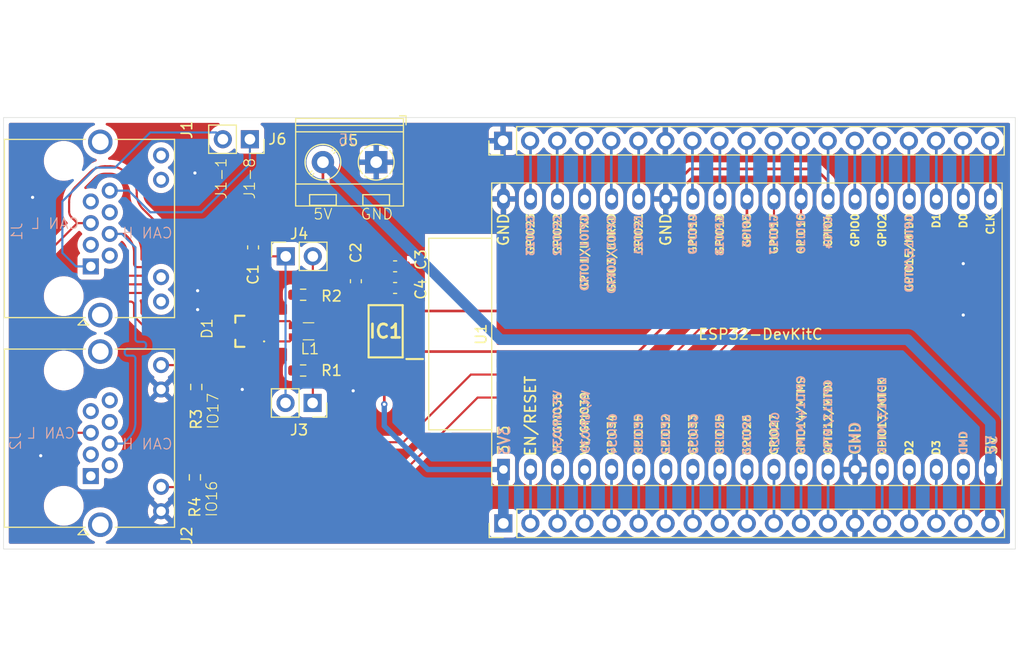
<source format=kicad_pcb>
(kicad_pcb (version 20240108) (generator "pcbnew") (generator_version "8.0")
  (layers (0 "F.Cu" signal) (31 "B.Cu" signal) (34 "B.Paste" user) (35 "F.Paste" user) (36 "B.SilkS" user "B.Silkscreen") (37 "F.SilkS" user "F.Silkscreen") (38 "B.Mask" user) (39 "F.Mask" user) (44 "Edge.Cuts" user))
  (net 0 "")
  (net 1 "GND")
  (net 2 "Net-(J3-Pin_2)")
  (net 3 "Net-(IC1-VIO)")
  (net 4 "Net-(IC1-VCC)")
  (net 5 "Net-(IC1-CANH)")
  (net 6 "Net-(IC1-CANL)")
  (net 9 "/CAN_BUS+")
  (net 13 "/CAN_BUS-")
  (net 21 "Net-(J3-Pin_1)")
  (net 22 "Net-(J4-Pin_2)")
  (net 23 "Net-(J2-Pad12)")
  (net 24 "Net-(J2-Pad10)")
  (net 25 "unconnected-(U1-DAC_1{slash}ADC2_CH8{slash}GPIO25-Pad9)")
  (net 26 "unconnected-(U1-CMD-Pad18)")
  (net 27 "unconnected-(U1-ADC2_CH7{slash}GPIO27-Pad11)")
  (net 28 "unconnected-(U1-MTCK{slash}GPIO13{slash}ADC2_CH4-Pad15)")
  (net 29 "unconnected-(U1-DAC_2{slash}ADC2_CH9{slash}GPIO26-Pad10)")
  (net 30 "unconnected-(U1-SD_DATA3{slash}GPIO10-Pad17)")
  (net 31 "unconnected-(U1-MTDI{slash}GPIO12{slash}ADC2_CH5-Pad13)")
  (net 32 "unconnected-(U1-MTMS{slash}GPIO14{slash}ADC2_CH6-Pad12)")
  (net 33 "unconnected-(U1-SD_DATA2{slash}GPIO9-Pad16)")
  (net 34 "unconnected-(U1-32K_XN{slash}GPIO33{slash}ADC1_CH5-Pad8)")
  (net 39 "Net-(J6-Pin_1)")
  (net 40 "Net-(J6-Pin_2)")
  (net 43 "clk")
  (net 44 "D0")
  (net 45 "D1")
  (net 46 "GPIO15")
  (net 47 "GPIO2")
  (net 48 "GPIO0")
  (net 49 "GPIO4")
  (net 50 "GPIO16")
  (net 51 "GPIO17")
  (net 52 "GPIO5")
  (net 53 "GPIO18")
  (net 54 "GPIO19")
  (net 55 "GPIO21")
  (net 56 "GPIO3")
  (net 57 "GPIO1")
  (net 58 "GPIO22")
  (net 59 "GPIO23")
  (net 60 "reset")
  (net 61 "GPIO36")
  (net 62 "GPIO39")
  (net 63 "GPIO34")
  (net 64 "GPIO35")
  (net 65 "GPIO32")
  (footprint "Connector_PinSocket_2.54mm:PinSocket_1x02_P2.54mm_Vertical" (layer "F.Cu") (at 60.026 80.015 -90)
    (property "Reference" "J6")
    (property "Value" "Conn_01x02_Pin")
  )
  (footprint "Connector_RJ:RJ45_Amphenol_RJHSE538X" (layer "F.Cu") (at 45.089 111.639 90)
    (property "Reference" "J2")
    (property "Value" "RJ45_LED_Shielded")
  )
  (footprint "Resistor_SMD:R_0603_1608Metric_Pad0.98x0.95mm_HandSolder" (layer "F.Cu") (at 65.024 101.727)
    (property "Reference" "R1")
    (property "Value" "R")
  )
  (footprint "Connector_PinSocket_2.54mm:PinSocket_1x02_P2.54mm_Vertical" (layer "F.Cu") (at 63.393 91.009 90)
    (property "Reference" "J4")
    (property "Value" "Conn_01x02_Pin")
  )
  (footprint "Capacitor_SMD:C_0603_1608Metric_Pad1.08x0.95mm_HandSolder" (layer "F.Cu") (at 60.325 90.17 90)
    (property "Reference" "C1")
    (property "Value" "C")
  )
  (footprint "footprints:SDCW32162222TF" (layer "F.Cu") (at 65.532 98.044 180)
    (property "Reference" "L1")
    (property "Value" "SDCW3216-2-222TF" (hide yes))
  )
  (footprint "Capacitor_SMD:C_0603_1608Metric_Pad1.08x0.95mm_HandSolder" (layer "F.Cu") (at 73.66 91.948)
    (property "Reference" "C3")
    (property "Value" "C")
  )
  (footprint "footprints:SM24CANB02HTG" (layer "F.Cu") (at 59.309 98.044 90)
    (property "Reference" "D1")
    (property "Value" "SM24CANB-02HTG" (hide yes))
  )
  (footprint "footprints:SOIC127P600X175-8N" (layer "F.Cu") (at 72.771 98.044 180)
    (property "Reference" "IC1")
    (property "Value" "TJA1441AT" (hide yes))
  )
  (footprint "Connector_RJ:RJ45_Amphenol_RJHSE538X" (layer "F.Cu") (at 45.089 91.954 90)
    (property "Reference" "J1")
    (property "Value" "RJ45_LED_Shielded")
  )
  (footprint "Connector_PinHeader_2.54mm:PinHeader_1x19_P2.54mm_Vertical" (layer "F.Cu") (at 83.7946 80.1624 90)
    (property "Reference" "REF**" (hide yes))
    (property "Value" "PinHeader_1x19_P2.54mm_Vertical")
  )
  (footprint "Connector_PinSocket_2.54mm:PinSocket_1x02_P2.54mm_Vertical" (layer "F.Cu") (at 65.913 104.775 -90)
    (property "Reference" "J3")
    (property "Value" "Conn_01x02_Pin")
  )
  (footprint "Capacitor_SMD:C_0603_1608Metric_Pad1.08x0.95mm_HandSolder" (layer "F.Cu") (at 73.66 93.98)
    (property "Reference" "C4")
    (property "Value" "C")
  )
  (footprint "Capacitor_SMD:C_0603_1608Metric_Pad1.08x0.95mm_HandSolder" (layer "F.Cu") (at 69.977 93.345 90)
    (property "Reference" "C2")
    (property "Value" "C")
  )
  (footprint "TerminalBlock_RND:TerminalBlock_RND_205-00045_1x02_P5.00mm_Horizontal" (layer "F.Cu") (at 71.882 82.169 180)
    (property "Reference" "J5")
    (property "Value" "Screw_Terminal_01x02")
  )
  (footprint "Connector_PinHeader_2.54mm:PinHeader_1x19_P2.54mm_Vertical" (layer "F.Cu") (at 83.82 116.078 90)
    (property "Reference" "REF**" (hide yes))
    (property "Value" "PinHeader_1x19_P2.54mm_Vertical")
  )
  (footprint "Resistor_SMD:R_0603_1608Metric_Pad0.98x0.95mm_HandSolder" (layer "F.Cu") (at 54.864 111.76 90)
    (property "Reference" "R4")
    (property "Value" "R")
  )
  (footprint "Resistor_SMD:R_0603_1608Metric_Pad0.98x0.95mm_HandSolder" (layer "F.Cu") (at 54.991 103.2745 -90)
    (property "Reference" "R3")
    (property "Value" "R")
  )
  (footprint "PCM_Espressif:ESP32-DevKitC" (layer "F.Cu") (at 83.83016 111.0234 90)
    (property "Reference" "U1")
    (property "Value" "ESP32-DevKitC")
  )
  (footprint "Resistor_SMD:R_0603_1608Metric_Pad0.98x0.95mm_HandSolder" (layer "F.Cu") (at 65.024 94.615 180)
    (property "Reference" "R2")
    (property "Value" "R")
  )
  (gr_rect (start 36.8935 77.978) (end 131.8895 118.491) (stroke (width 0.05)) (fill none) (layer "Edge.Cuts"))
  (gr_text "J2" (at 38.608 107.442 90) (layer "B.SilkS") (effects (font (size 1 1) (thickness 0.1)) (justify left bottom mirror)))
  (gr_text "J5" (at 70.104 80.645 0) (layer "B.SilkS") (effects (font (size 1 1) (thickness 0.1)) (justify left bottom mirror)))
  (gr_text "CAN L" (at 44.069 88.519 0) (layer "B.SilkS") (effects (font (size 1 1) (thickness 0.1)) (justify left bottom mirror)))
  (gr_text "CAN H" (at 52.832 109.22 0) (layer "B.SilkS") (effects (font (size 1 1) (thickness 0.1)) (justify left bottom mirror)))
  (gr_text "CAN H" (at 52.832 89.408 0) (layer "B.SilkS") (effects (font (size 1 1) (thickness 0.1)) (justify left bottom mirror)))
  (gr_text "J1" (at 38.735 87.757 90) (layer "B.SilkS") (effects (font (size 1 1) (thickness 0.1)) (justify left bottom mirror)))
  (gr_text "CAN L" (at 43.688 108.204 0) (layer "B.SilkS") (effects (font (size 1 1) (thickness 0.1)) (justify left bottom mirror)))
  (gr_text "GPIO34" (at 93.99016 109.7534 90) (layer "F.SilkS") (effects (font (size 0.7 0.7)) (justify left)))
  (gr_text "CLK" (at 129.55016 86.8934 90) (layer "F.SilkS") (effects (font (size 0.7 0.7)) (justify right)))
  (gr_text "GPIO27" (at 109.23016 109.7534 90) (layer "F.SilkS") (effects (font (size 0.7 0.7)) (justify left)))
  (gr_text "GPIO33" (at 101.61016 109.7534 90) (layer "F.SilkS") (effects (font (size 0.7 0.7)) (justify left)))
  (gr_text "GPIO19" (at 101.61016 86.8934 90) (layer "F.SilkS") (effects (font (size 0.7 0.7)) (justify right)))
  (gr_text "GPIO1/U0TXD" (at 91.45016 86.8934 90) (layer "F.SilkS") (effects (font (size 0.7 0.7)) (justify right)))
  (gr_text "GPIO15/MTDO" (at 121.93016 86.8934 90) (layer "F.SilkS") (effects (font (size 0.7 0.7)) (justify right)))
  (gr_text "GPIO16" (at 111.77016 86.8934 90) (layer "F.SilkS") (effects (font (size 0.7 0.7)) (justify right)))
  (gr_text "D0" (at 127.01016 86.8934 90) (layer "F.SilkS") (effects (font (size 0.7 0.7)) (justify right)))
  (gr_text "GPIO12/MTDI" (at 114.31016 109.7534 90) (layer "F.SilkS") (effects (font (size 0.7 0.7)) (justify left)))
  (gr_text "VP/GPIO36" (at 88.91016 109.7534 90) (layer "F.SilkS") (effects (font (size 0.7 0.7)) (justify left)))
  (gr_text "GPIO2" (at 119.39016 86.8934 90) (layer "F.SilkS") (effects (font (size 0.7 0.7)) (justify right)))
  (gr_text "IO16" (at 57.023 115.57 90) (layer "F.SilkS") (effects (font (size 1 1) (thickness 0.1)) (justify left bottom)))
  (gr_text "GPIO17" (at 109.23016 86.8934 90) (layer "F.SilkS") (effects (font (size 0.7 0.7)) (justify right)))
  (gr_text "GPIO32" (at 99.07016 109.7534 90) (layer "F.SilkS") (effects (font (size 0.7 0.7)) (justify left)))
  (gr_text "5V" (at 129.667 109.75708 90) (layer "F.SilkS") (effects (font (size 1 1)) (justify left)))
  (gr_text "J1-1" (at 57.912 85.725 90) (layer "F.SilkS") (effects (font (size 1 1) (thickness 0.1)) (justify left bottom)))
  (gr_text "VN/GPIO39" (at 91.45016 109.7534 90) (layer "F.SilkS") (effects (font (size 0.7 0.7)) (justify left)))
  (gr_text "GPIO26" (at 106.69016 109.7534 90) (layer "F.SilkS") (effects (font (size 0.7 0.7)) (justify left)))
  (gr_text "GPIO0" (at 116.85016 86.8934 90) (layer "F.SilkS") (effects (font (size 0.7 0.7)) (justify right)))
  (gr_text "GND" (at 116.85016 109.7534 90) (layer "F.SilkS") (effects (font (size 1 1)) (justify left)))
  (gr_text "D2" (at 121.93016 109.7534 90) (layer "F.SilkS") (effects (font (size 0.7 0.7)) (justify left)))
  (gr_text "GND" (at 83.83016 86.8934 90) (layer "F.SilkS") (effects (font (size 1 1)) (justify right)))
  (gr_text "GPIO23" (at 86.37016 86.8934 90) (layer "F.SilkS") (effects (font (size 0.7 0.7)) (justify right)))
  (gr_text "GPIO3/U0RXD" (at 93.99016 86.8934 90) (layer "F.SilkS") (effects (font (size 0.7 0.7)) (justify right)))
  (gr_text "GPIO14/MTMS" (at 111.77016 109.7534 90) (layer "F.SilkS") (effects (font (size 0.7 0.7)) (justify left)))
  (gr_text "D3" (at 124.47016 109.7534 90) (layer "F.SilkS") (effects (font (size 0.7 0.7)) (justify left)))
  (gr_text "GPIO22" (at 88.91016 86.8934 90) (layer "F.SilkS") (effects (font (size 0.7 0.7)) (justify right)))
  (gr_text "GPIO21" (at 96.53016 86.8934 90) (layer "F.SilkS") (effects (font (size 0.7 0.7)) (justify right)))
  (gr_text "GPIO5" (at 106.69016 86.8934 90) (layer "F.SilkS") (effects (font (size 0.7 0.7)) (justify right)))
  (gr_text "5V" (at 65.913 87.63 0) (layer "F.SilkS") (effects (font (size 1 1) (thickness 0.1)) (justify left bottom)))
  (gr_text "J1-8" (at 60.579 85.725 90) (layer "F.SilkS") (effects (font (size 1 1) (thickness 0.1)) (justify left bottom)))
  (gr_text "GND" (at 70.358 87.63 0) (layer "F.SilkS") (effects (font (size 1 1) (thickness 0.1)) (justify left bottom)))
  (gr_text "3V3" (at 83.83016 109.7534 90) (layer "F.SilkS") (effects (font (size 1 1)) (justify left)))
  (gr_text "EN/RESET" (at 86.36744 102.13708 90) (layer "F.SilkS") (effects (font (size 1 1)) (justify right)))
  (gr_text "GPIO25" (at 104.15016 109.7534 90) (layer "F.SilkS") (effects (font (size 0.7 0.7)) (justify left)))
  (gr_text "GPIO4" (at 114.31016 86.8934 90) (layer "F.SilkS") (effects (font (size 0.7 0.7)) (justify right)))
  (gr_text "GPIO13/MTCK" (at 119.39016 109.7534 90) (layer "F.SilkS") (effects (font (size 0.7 0.7)) (justify left)))
  (gr_text "GPIO18" (at 104.15016 86.8934 90) (layer "F.SilkS") (effects (font (size 0.7 0.7)) (justify right)))
  (gr_text "IO17" (at 57.15 107.315 90) (layer "F.SilkS") (effects (font (size 1 1) (thickness 0.1)) (justify left bottom)))
  (gr_text "CMD" (at 127.01016 109.7534 90) (layer "F.SilkS") (effects (font (size 0.7 0.7)) (justify left)))
  (gr_text "GND" (at 99.07016 86.8934 90) (layer "F.SilkS") (effects (font (size 1 1)) (justify right)))
  (gr_text "D1" (at 124.47016 86.8934 90) (layer "F.SilkS") (effects (font (size 0.7 0.7)) (justify right)))
  (gr_text "GPIO35" (at 96.53016 109.7534 90) (layer "F.SilkS") (effects (font (size 0.7 0.7)) (justify left)))
  (via (at 40.386 109.728) (size 0.6) (drill 0.3) (layers "F.Cu" "B.Cu") (net 1))
  (via (at 39.624 85.471) (size 0.6) (drill 0.3) (layers "F.Cu" "B.Cu") (net 1))
  (via (at 54.864 83.185) (size 0.6) (drill 0.3) (layers "F.Cu" "B.Cu") (net 1))
  (via (at 69.723 103.632) (size 0.6) (drill 0.3) (layers "F.Cu" "B.Cu") (net 1))
  (via (at 55.118 94.234) (size 0.6) (drill 0.3) (layers "F.Cu" "B.Cu") (net 1))
  (via (at 59.309 103.505) (size 0.6) (drill 0.3) (layers "F.Cu" "B.Cu") (net 1))
  (via (at 127 96.52) (size 0.6) (drill 0.3) (layers "F.Cu" "B.Cu") (net 1))
  (via (at 127 91.694) (size 0.6) (drill 0.3) (layers "F.Cu" "B.Cu") (net 1))
  (via (at 55.118 96.012) (size 0.6) (drill 0.3) (layers "F.Cu" "B.Cu") (net 1))
  (segment (start 63.393 91.009) (end 60.3485 91.009) (width 0.2) (layer "F.Cu") (net 2))
  (segment (start 60.3485 91.009) (end 60.325 91.0325) (width 0.2) (layer "F.Cu") (net 2))
  (segment (start 63.373 91.029) (end 63.393 91.009) (width 0.2) (layer "B.Cu") (net 2))
  (segment (start 63.373 104.775) (end 63.373 91.029) (width 0.2) (layer "B.Cu") (net 2))
  (segment (start 69.977 94.2075) (end 69.977 96.07) (width 0.3) (layer "F.Cu") (net 3))
  (segment (start 72.644 104.902) (end 72.644 97.536) (width 0.25) (layer "F.Cu") (net 3))
  (segment (start 69.977 96.07) (end 70.046 96.139) (width 0.3) (layer "F.Cu") (net 3))
  (segment (start 71.247 96.139) (end 70.046 96.139) (width 0.25) (layer "F.Cu") (net 3))
  (segment (start 72.644 97.536) (end 71.247 96.139) (width 0.25) (layer "F.Cu") (net 3))
  (via (at 72.644 104.902) (size 0.6) (drill 0.3) (layers "F.Cu" "B.Cu") (net 3))
  (segment (start 72.644 104.902) (end 72.644 106.934) (width 0.5) (layer "B.Cu") (net 3))
  (segment (start 72.644 106.934) (end 76.7334 111.0234) (width 0.5) (layer "B.Cu") (net 3))
  (segment (start 76.7334 111.0234) (end 83.83016 111.0234) (width 0.5) (layer "B.Cu") (net 3))
  (segment (start 83.82 111.03356) (end 83.83016 111.0234) (width 0.25) (layer "B.Cu") (net 3))
  (segment (start 83.82 116.078) (end 83.82 111.03356) (width 1) (layer "B.Cu") (net 3))
  (segment (start 72.7975 90.5775) (end 66.882 84.662) (width 0.25) (layer "F.Cu") (net 4))
  (segment (start 72.7975 95.9115) (end 74.295 97.409) (width 0.25) (layer "F.Cu") (net 4))
  (segment (start 74.295 97.409) (end 75.496 97.409) (width 0.25) (layer "F.Cu") (net 4))
  (segment (start 72.7975 93.98) (end 72.7975 95.9115) (width 0.25) (layer "F.Cu") (net 4))
  (segment (start 72.7975 91.948) (end 72.7975 90.5775) (width 0.25) (layer "F.Cu") (net 4))
  (segment (start 72.7975 91.948) (end 72.7975 93.98) (width 0.25) (layer "F.Cu") (net 4))
  (segment (start 66.882 84.662) (end 66.882 82.169) (width 0.25) (layer "F.Cu") (net 4))
  (segment (start 129.55016 111.0234) (end 129.55016 106.61396) (width 1) (layer "B.Cu") (net 4))
  (segment (start 129.55016 111.0234) (end 129.55016 116.06784) (width 1) (layer "B.Cu") (net 4))
  (segment (start 129.55016 116.06784) (end 129.54 116.078) (width 0.25) (layer "B.Cu") (net 4))
  (segment (start 129.55016 106.61396) (end 121.7676 98.8314) (width 1) (layer "B.Cu") (net 4))
  (segment (start 83.5444 98.8314) (end 66.882 82.169) (width 1) (layer "B.Cu") (net 4))
  (segment (start 121.7676 98.8314) (end 83.5444 98.8314) (width 1) (layer "B.Cu") (net 4))
  (segment (start 69.911 98.544) (end 70.046 98.679) (width 0.2) (layer "F.Cu") (net 5))
  (segment (start 66.857 98.544) (end 69.911 98.544) (width 0.2) (layer "F.Cu") (net 5))
  (segment (start 69.911 97.544) (end 70.046 97.409) (width 0.2) (layer "F.Cu") (net 6))
  (segment (start 66.857 97.544) (end 69.911 97.544) (width 0.2) (layer "F.Cu") (net 6))
  (segment (start 49.149 94.448) (end 48.473 94.448) (width 0.2) (layer "F.Cu") (net 9))
  (segment (start 60.454 98.994) (end 63.757 98.994) (width 0.2) (layer "F.Cu") (net 9))
  (segment (start 49.149 95.582) (end 49.149 95.744) (width 0.2) (layer "F.Cu") (net 9))
  (segment (start 59.449787 99.998213) (end 60.454 98.994) (width 0.2) (layer "F.Cu") (net 9))
  (segment (start 49.149 93.638) (end 49.825 93.638) (width 0.2) (layer "F.Cu") (net 9))
  (segment (start 48.473 95.258) (end 48.825 95.258) (width 0.2) (layer "F.Cu") (net 9))
  (segment (start 64.1115 101.727) (end 64.1115 98.6395) (width 0.2) (layer "F.Cu") (net 9))
  (segment (start 49.473 92.018) (end 49.825 92.018) (width 0.2) (layer "F.Cu") (net 9))
  (segment (start 49.825 92.828) (end 49.473 92.828) (width 0.2) (layer "F.Cu") (net 9))
  (segment (start 56.835427 100.584) (end 58.035573 100.584) (width 0.2) (layer "F.Cu") (net 9))
  (segment (start 54.052787 98.629787) (end 55.421214 99.998214) (width 0.2) (layer "F.Cu") (net 9))
  (segment (start 63.757 98.994) (end 64.207 98.544) (width 0.2) (layer "F.Cu") (net 9))
  (segment (start 48.266 88.906) (end 48.563214 89.203214) (width 0.2) (layer "F.Cu") (net 9))
  (segment (start 49.149 95.744) (end 49.149 96.647) (width 0.2) (layer "F.Cu") (net 9))
  (segment (start 46.869 88.906) (end 48.266 88.906) (width 0.2) (layer "F.Cu") (net 9))
  (segment (start 49.825 94.448) (end 49.149 94.448) (width 0.2) (layer "F.Cu") (net 9))
  (segment (start 50.149 93.962) (end 50.149 94.124) (width 0.2) (layer "F.Cu") (net 9))
  (segment (start 64.1115 98.6395) (end 64.207 98.544) (width 0.2) (layer "F.Cu") (net 9))
  (segment (start 49.473 92.828) (end 48.473 92.828) (width 0.2) (layer "F.Cu") (net 9))
  (segment (start 49.149 96.647) (end 49.272317 96.770317) (width 0.2) (layer "F.Cu") (net 9))
  (segment (start 49.272317 96.770317) (end 49.960214 97.458214) (width 0.2) (layer "F.Cu") (net 9))
  (segment (start 51.374427 98.044) (end 52.638573 98.044) (width 0.2) (layer "F.Cu") (net 9))
  (segment (start 48.473 93.638) (end 49.149 93.638) (width 0.2) (layer "F.Cu") (net 9))
  (segment (start 48.149 94.772) (end 48.149 94.934) (width 0.2) (layer "F.Cu") (net 9))
  (segment (start 49.149 90.617427) (end 49.149 91.694) (width 0.2) (layer "F.Cu") (net 9))
  (segment (start 50.149 92.342) (end 50.149 92.504) (width 0.2) (layer "F.Cu") (net 9))
  (segment (start 48.149 93.152) (end 48.149 93.314) (width 0.2) (layer "F.Cu") (net 9))
  (arc (start 49.149 91.694) (mid 49.243897 91.923103) (end 49.473 92.018) (width 0.2) (layer "F.Cu") (net 9))
  (arc (start 48.473 94.448) (mid 48.243897 94.542897) (end 48.149 94.772) (width 0.2) (layer "F.Cu") (net 9))
  (arc (start 49.825 92.018) (mid 50.054103 92.112897) (end 50.149 92.342) (width 0.2) (layer "F.Cu") (net 9))
  (arc (start 50.149 92.504) (mid 50.054103 92.733103) (end 49.825 92.828) (width 0.2) (layer "F.Cu") (net 9))
  (arc (start 55.421214 99.998214) (mid 56.07006 100.431759) (end 56.835427 100.584) (width 0.2) (layer "F.Cu") (net 9))
  (arc (start 49.149 90.617427) (mid 48.996759 89.85206) (end 48.563214 89.203214) (width 0.2) (layer "F.Cu") (net 9))
  (arc (start 58.035573 100.584) (mid 58.80094 100.431759) (end 59.449787 99.998213) (width 0.2) (layer "F.Cu") (net 9))
  (arc (start 48.825 95.258) (mid 49.054103 95.352897) (end 49.149 95.582) (width 0.2) (layer "F.Cu") (net 9))
  (arc (start 49.960214 97.458214) (mid 50.60906 97.891759) (end 51.374427 98.044) (width 0.2) (layer "F.Cu") (net 9))
  (arc (start 50.149 94.124) (mid 50.054103 94.353103) (end 49.825 94.448) (width 0.2) (layer "F.Cu") (net 9))
  (arc (start 48.473 92.828) (mid 48.243897 92.922897) (end 48.149 93.152) (width 0.2) (layer "F.Cu") (net 9))
  (arc (start 54.052787 98.629787) (mid 53.40394 98.196241) (end 52.638573 98.044) (width 0.2) (layer "F.Cu") (net 9))
  (arc (start 48.149 94.934) (mid 48.243897 95.163103) (end 48.473 95.258) (width 0.2) (layer "F.Cu") (net 9))
  (arc (start 48.149 93.314) (mid 48.243897 93.543103) (end 48.473 93.638) (width 0.2) (layer "F.Cu") (net 9))
  (arc (start 49.825 93.638) (mid 50.054103 93.732897) (end 50.149 93.962) (width 0.2) (layer "F.Cu") (net 9))
  (segment (start 48.690213 108.027787) (end 48.127 108.591) (width 0.2) (layer "B.Cu") (net 9))
  (segment (start 48.127 108.591) (end 46.869 108.591) (width 0.2) (layer "B.Cu") (net 9))
  (segment (start 49.536 99.684337) (end 48.536 99.684337) (width 0.2) (layer "B.Cu") (net 9))
  (segment (start 48.536 100.334337) (end 49.016 100.334337) (width 0.2) (layer "B.Cu") (net 9))
  (segment (start 49.536 99.034337) (end 50.016 99.034337) (width 0.2) (layer "B.Cu") (net 9))
  (segment (start 49.276 101.283413) (end 49.276 106.613573) (width 0.2) (layer "B.Cu") (net 9))
  (segment (start 50.016 99.684337) (end 49.536 99.684337) (width 0.2) (layer "B.Cu") (net 9))
  (segment (start 48.276 99.944337) (end 48.276 100.074337) (width 0.2) (layer "B.Cu") (net 9))
  (segment (start 49.276 90.17) (end 49.276 98.774337) (width 0.2) (layer "B.Cu") (net 9))
  (segment (start 49.276 100.594337) (end 49.276 100.724337) (width 0.2) (layer "B.Cu") (net 9))
  (segment (start 49.276 100.724337) (end 49.276 101.283413) (width 0.2) (layer "B.Cu") (net 9))
  (segment (start 50.276 99.294337) (end 50.276 99.424337) (width 0.2) (layer "B.Cu") (net 9))
  (segment (start 49.276 90.17) (end 48.012 88.906) (width 0.2) (layer "B.Cu") (net 9))
  (segment (start 48.012 88.906) (end 46.869 88.906) (width 0.2) (layer "B.Cu") (net 9))
  (arc (start 48.276 100.074337) (mid 48.352152 100.258185) (end 48.536 100.334337) (width 0.2) (layer "B.Cu") (net 9))
  (arc (start 50.276 99.424337) (mid 50.199848 99.608185) (end 50.016 99.684337) (width 0.2) (layer "B.Cu") (net 9))
  (arc (start 49.276 98.774337) (mid 49.352152 98.958185) (end 49.536 99.034337) (width 0.2) (layer "B.Cu") (net 9))
  (arc (start 49.276 106.613573) (mid 49.123759 107.37894) (end 48.690213 108.027787) (width 0.2) (layer "B.Cu") (net 9))
  (arc (start 50.016 99.034337) (mid 50.199848 99.110489) (end 50.276 99.294337) (width 0.2) (layer "B.Cu") (net 9))
  (arc (start 49.016 100.334337) (mid 49.199848 100.410489) (end 49.276 100.594337) (width 0.2) (layer "B.Cu") (net 9))
  (arc (start 48.536 99.684337) (mid 48.352152 99.760489) (end 48.276 99.944337) (width 0.2) (layer "B.Cu") (net 9))
  (segment (start 43.288448 87.357448) (end 43.821 87.89) (width 0.2) (layer "F.Cu") (net 13))
  (segment (start 40.108187 105.005187) (end 42.678 107.575) (width 0.2) (layer "F.Cu") (net 13))
  (segment (start 49.403 85.150573) (end 49.403 85.029427) (width 0.2) (layer "F.Cu") (net 13))
  (segment (start 43.053 85.918427) (end 43.053 86.789025) (width 0.2) (layer "F.Cu") (net 13))
  (segment (start 60.454 97.094) (end 63.757 97.094) (width 0.2) (layer "F.Cu") (net 13))
  (segment (start 60.454 97.03) (end 49.988786 86.564786) (width 0.2) (layer "F.Cu") (net 13))
  (segment (start 39.5224 93.017027) (end 39.5224 103.590973) (width 0.2) (layer "F.Cu") (net 13))
  (segment (start 40.108187 91.602813) (end 43.821 87.89) (width 0.2) (layer "F.Cu") (net 13))
  (segment (start 63.757 97.094) (end 64.207 97.544) (width 0.2) (layer "F.Cu") (net 13))
  (segment (start 42.678 107.575) (end 45.089 107.575) (width 0.2) (layer "F.Cu") (net 13))
  (segment (start 45.089 87.89) (end 43.821 87.89) (width 0.2) (layer "F.Cu") (net 13))
  (segment (start 46.923573 82.55) (end 46.421427 82.55) (width 0.2) (layer "F.Cu") (net 13))
  (segment (start 64.1115 97.4485) (end 64.207 97.544) (width 0.2) (layer "F.Cu") (net 13))
  (segment (start 60.454 97.03) (end 60.454 97.094) (width 0.2) (layer "F.Cu") (net 13))
  (segment (start 48.817213 83.615213) (end 48.337786 83.135786) (width 0.2) (layer "F.Cu") (net 13))
  (segment (start 45.007213 83.135787) (end 43.638786 84.504214) (width 0.2) (layer "F.Cu") (net 13))
  (segment (start 64.1115 94.615) (end 64.1115 97.4485) (width 0.2) (layer "F.Cu") (net 13))
  (arc (start 49.403 85.029427) (mid 49.250759 84.26406) (end 48.817213 83.615213) (width 0.2) (layer "F.Cu") (net 13))
  (arc (start 39.5224 103.590973) (mid 39.674641 104.35634) (end 40.108187 105.005187) (width 0.2) (layer "F.Cu") (net 13))
  (arc (start 46.421427 82.55) (mid 45.65606 82.702241) (end 45.007213 83.135787) (width 0.2) (layer "F.Cu") (net 13))
  (arc (start 43.053 86.789025) (mid 43.114191 87.096653) (end 43.288448 87.357448) (width 0.2) (layer "F.Cu") (net 13))
  (arc (start 49.403 85.150573) (mid 49.555241 85.91594) (end 49.988786 86.564786) (width 0.2) (layer "F.Cu") (net 13))
  (arc (start 43.053 85.918427) (mid 43.205241 85.15306) (end 43.638786 84.504214) (width 0.2) (layer "F.Cu") (net 13))
  (arc (start 39.5224 93.017027) (mid 39.674641 92.25166) (end 40.108187 91.602813) (width 0.2) (layer "F.Cu") (net 13))
  (arc (start 46.923573 82.55) (mid 47.68894 82.702241) (end 48.337786 83.135786) (width 0.2) (layer "F.Cu") (net 13))
  (segment (start 65.9365 104.7515) (end 65.913 104.775) (width 0.2) (layer "F.Cu") (net 21))
  (segment (start 65.9365 101.727) (end 65.9365 104.7515) (width 0.2) (layer "F.Cu") (net 21))
  (segment (start 65.9365 91.0125) (end 65.933 91.009) (width 0.2) (layer "F.Cu") (net 22))
  (segment (start 65.9365 94.615) (end 65.9365 91.0125) (width 0.2) (layer "F.Cu") (net 22))
  (segment (start 54.991 102.362) (end 53.848 101.219) (width 0.2) (layer "F.Cu") (net 23))
  (segment (start 53.848 101.219) (end 51.689 101.219) (width 0.2) (layer "F.Cu") (net 23))
  (segment (start 54.864 112.6725) (end 51.7125 112.6725) (width 0.2) (layer "F.Cu") (net 24))
  (segment (start 51.7125 112.6725) (end 51.689 112.649) (width 0.2) (layer "F.Cu") (net 24))
  (segment (start 104.15016 111.0234) (end 104.15016 116.06784) (width 0.25) (layer "B.Cu") (net 25))
  (segment (start 104.15016 116.06784) (end 104.14 116.078) (width 0.25) (layer "B.Cu") (net 25))
  (segment (start 127.01016 111.0234) (end 127.01016 116.06784) (width 0.25) (layer "B.Cu") (net 26))
  (segment (start 127.01016 116.06784) (end 127 116.078) (width 0.25) (layer "B.Cu") (net 26))
  (segment (start 109.23016 111.0234) (end 109.23016 116.06784) (width 0.25) (layer "B.Cu") (net 27))
  (segment (start 109.23016 116.06784) (end 109.22 116.078) (width 0.25) (layer "B.Cu") (net 27))
  (segment (start 119.39016 111.0234) (end 119.39016 116.06784) (width 0.25) (layer "B.Cu") (net 28))
  (segment (start 119.39016 116.06784) (end 119.38 116.078) (width 0.25) (layer "B.Cu") (net 28))
  (segment (start 106.69016 116.06784) (end 106.68 116.078) (width 0.25) (layer "B.Cu") (net 29))
  (segment (start 106.69016 111.0234) (end 106.69016 116.06784) (width 0.25) (layer "B.Cu") (net 29))
  (segment (start 124.47016 111.0234) (end 124.47016 116.06784) (width 0.25) (layer "B.Cu") (net 30))
  (segment (start 124.47016 116.06784) (end 124.46 116.078) (width 0.25) (layer "B.Cu") (net 30))
  (segment (start 114.31016 111.0234) (end 114.31016 116.06784) (width 0.25) (layer "B.Cu") (net 31))
  (segment (start 114.31016 116.06784) (end 114.3 116.078) (width 0.25) (layer "B.Cu") (net 31))
  (segment (start 111.77016 111.0234) (end 111.77016 116.06784) (width 0.25) (layer "B.Cu") (net 32))
  (segment (start 111.77016 116.06784) (end 111.76 116.078) (width 0.25) (layer "B.Cu") (net 32))
  (segment (start 121.93016 111.0234) (end 121.93016 116.06784) (width 0.25) (layer "B.Cu") (net 33))
  (segment (start 121.93016 116.06784) (end 121.92 116.078) (width 0.25) (layer "B.Cu") (net 33))
  (segment (start 101.61016 111.0234) (end 101.61016 116.06784) (width 0.25) (layer "B.Cu") (net 34))
  (segment (start 101.61016 116.06784) (end 101.6 116.078) (width 0.25) (layer "B.Cu") (net 34))
  (segment (start 48.647 84.842) (end 50.673 86.868) (width 0.2) (layer "B.Cu") (net 39))
  (segment (start 50.673 86.868) (end 55.499 86.868) (width 0.2) (layer "B.Cu") (net 39))
  (segment (start 60.026 82.341) (end 60.026 80.015) (width 0.2) (layer "B.Cu") (net 39))
  (segment (start 46.869 84.842) (end 48.647 84.842) (width 0.2) (layer "B.Cu") (net 39))
  (segment (start 55.499 86.868) (end 60.026 82.341) (width 0.2) (layer "B.Cu") (net 39))
  (segment (start 45.593 82.677) (end 47.371 82.677) (width 0.2) (layer "B.Cu") (net 40))
  (segment (start 43.694 91.954) (end 42.418 90.678) (width 0.2) (layer "B.Cu") (net 40))
  (segment (start 42.418 85.852) (end 45.593 82.677) (width 0.2) (layer "B.Cu") (net 40))
  (segment (start 45.089 91.954) (end 43.694 91.954) (width 0.2) (layer "B.Cu") (net 40))
  (segment (start 56.846 79.375) (end 57.486 80.015) (width 0.2) (layer "B.Cu") (net 40))
  (segment (start 50.673 79.375) (end 56.846 79.375) (width 0.2) (layer "B.Cu") (net 40))
  (segment (start 47.371 82.677) (end 50.673 79.375) (width 0.2) (layer "B.Cu") (net 40))
  (segment (start 42.418 90.678) (end 42.418 85.852) (width 0.2) (layer "B.Cu") (net 40))
  (segment (start 129.54744 85.62708) (end 129.54744 80.19524) (width 0.25) (layer "B.Cu") (net 43))
  (segment (start 129.54744 80.19524) (end 129.5146 80.1624) (width 0.25) (layer "B.Cu") (net 43))
  (segment (start 126.9746 85.59424) (end 127.00744 85.62708) (width 0.25) (layer "B.Cu") (net 44))
  (segment (start 126.9746 80.1624) (end 126.9746 85.59424) (width 0.25) (layer "B.Cu") (net 44))
  (segment (start 124.47016 85.6234) (end 124.47016 80.19796) (width 0.25) (layer "B.Cu") (net 45))
  (segment (start 124.47016 80.19796) (end 124.4346 80.1624) (width 0.25) (layer "B.Cu") (net 45))
  (segment (start 121.8946 85.58784) (end 121.93016 85.6234) (width 0.25) (layer "B.Cu") (net 46))
  (segment (start 121.8946 80.1624) (end 121.8946 85.58784) (width 0.25) (layer "B.Cu") (net 46))
  (segment (start 119.39016 80.19796) (end 119.3546 80.1624) (width 0.25) (layer "B.Cu") (net 47))
  (segment (start 119.39016 85.6234) (end 119.39016 80.19796) (width 0.25) (layer "B.Cu") (net 47))
  (segment (start 116.8146 80.1624) (end 116.8146 85.58784) (width 0.25) (layer "B.Cu") (net 48))
  (segment (start 116.8146 85.58784) (end 116.85016 85.6234) (width 0.25) (layer "B.Cu") (net 48))
  (segment (start 91.6686 96.1644) (end 91.6432 96.139) (width 0.25) (layer "F.Cu") (net 49))
  (segment (start 91.6432 96.139) (end 75.496 96.139) (width 0.25) (layer "F.Cu") (net 49))
  (segment (start 101.346 82.804) (end 100.3046 83.8454) (width 0.25) (layer "F.Cu") (net 49))
  (segment (start 114.31016 85.6234) (end 114.31016 83.95716) (width 0.25) (layer "F.Cu") (net 49))
  (segment (start 113.157 82.804) (end 101.346 82.804) (width 0.25) (layer "F.Cu") (net 49))
  (segment (start 114.31016 83.95716) (end 113.157 82.804) (width 0.25) (layer "F.Cu") (net 49))
  (segment (start 100.3046 83.8454) (end 100.3046 87.5284) (width 0.25) (layer "F.Cu") (net 49))
  (segment (start 100.3046 87.5284) (end 91.6686 96.1644) (width 0.25) (layer "F.Cu") (net 49))
  (segment (start 114.31016 80.19796) (end 114.2746 80.1624) (width 0.25) (layer "B.Cu") (net 49))
  (segment (start 114.31016 85.6234) (end 114.31016 80.19796) (width 0.25) (layer "B.Cu") (net 49))
  (segment (start 99.822 104.267) (end 81.407 104.267) (width 0.2) (layer "F.Cu") (net 50))
  (segment (start 74.8265 110.8475) (end 54.864 110.8475) (width 0.2) (layer "F.Cu") (net 50))
  (segment (start 111.77016 92.31884) (end 99.822 104.267) (width 0.2) (layer "F.Cu") (net 50))
  (segment (start 111.77016 85.6234) (end 111.77016 92.31884) (width 0.2) (layer "F.Cu") (net 50))
  (segment (start 81.407 104.267) (end 74.8265 110.8475) (width 0.2) (layer "F.Cu") (net 50))
  (segment (start 111.7346 80.1624) (end 111.7346 85.58784) (width 0.25) (layer "B.Cu") (net 50))
  (segment (start 111.7346 85.58784) (end 111.77016 85.6234) (width 0.25) (layer "B.Cu") (net 50))
  (segment (start 109.23016 90.84564) (end 97.9678 102.108) (width 0.2) (layer "F.Cu") (net 51))
  (segment (start 109.23016 85.6234) (end 109.23016 90.84564) (width 0.2) (layer "F.Cu") (net 51))
  (segment (start 59.262 108.458) (end 54.991 104.187) (width 0.2) (layer "F.Cu") (net 51))
  (segment (start 97.9678 102.108) (end 80.772 102.108) (width 0.2) (layer "F.Cu") (net 51))
  (segment (start 74.422 108.458) (end 59.262 108.458) (width 0.2) (layer "F.Cu") (net 51))
  (segment (start 80.772 102.108) (end 74.422 108.458) (width 0.2) (layer "F.Cu") (net 51))
  (segment (start 109.23016 80.19796) (end 109.1946 80.1624) (width 0.25) (layer "B.Cu") (net 51))
  (segment (start 109.23016 85.6234) (end 109.23016 80.19796) (width 0.25) (layer "B.Cu") (net 51))
  (segment (start 106.69016 85.6234) (end 106.69016 89.77884) (width 0.25) (layer "F.Cu") (net 52))
  (segment (start 106.69016 89.77884) (end 96.4946 99.9744) (width 0.25) (layer "F.Cu") (net 52))
  (segment (start 96.4946 99.9744) (end 96.4692 99.949) (width 0.25) (layer "F.Cu") (net 52))
  (segment (start 96.4692 99.949) (end 75.496 99.949) (width 0.25) (layer "F.Cu") (net 52))
  (segment (start 106.6546 85.58784) (end 106.69016 85.6234) (width 0.25) (layer "B.Cu") (net 52))
  (segment (start 106.6546 80.1624) (end 106.6546 85.58784) (width 0.25) (layer "B.Cu") (net 52))
  (segment (start 104.15016 80.19796) (end 104.1146 80.1624) (width 0.25) (layer "B.Cu") (net 53))
  (segment (start 104.15016 85.6234) (end 104.15016 80.19796) (width 0.25) (layer "B.Cu") (net 53))
  (segment (start 101.5746 85.58784) (end 101.61016 85.6234) (width 0.25) (layer "B.Cu") (net 54))
  (segment (start 101.5746 80.1624) (end 101.5746 85.58784) (width 0.25) (layer "B.Cu") (net 54))
  (segment (start 96.53016 80.19796) (end 96.4946 80.1624) (width 0.25) (layer "B.Cu") (net 55))
  (segment (start 96.53016 85.6234) (end 96.53016 80.19796) (width 0.25) (layer "B.Cu") (net 55))
  (segment (start 93.9546 85.58784) (end 93.99016 85.6234) (width 0.25) (layer "B.Cu") (net 56))
  (segment (start 93.9546 80.1624) (end 93.9546 85.58784) (width 0.25) (layer "B.Cu") (net 56))
  (segment (start 91.45016 80.19796) (end 91.4146 80.1624) (width 0.25) (layer "B.Cu") (net 57))
  (segment (start 91.45016 85.6234) (end 91.45016 80.19796) (width 0.25) (layer "B.Cu") (net 57))
  (segment (start 88.8746 85.58784) (end 88.91016 85.6234) (width 0.25) (layer "B.Cu") (net 58))
  (segment (start 88.8746 80.1624) (end 88.8746 85.58784) (width 0.25) (layer "B.Cu") (net 58))
  (segment (start 86.37016 85.6234) (end 86.37016 80.19796) (width 0.25) (layer "B.Cu") (net 59))
  (segment (start 86.37016 80.19796) (end 86.3346 80.1624) (width 0.25) (layer "B.Cu") (net 59))
  (segment (start 86.37016 111.0234) (end 86.37016 116.06784) (width 0.25) (layer "B.Cu") (net 60))
  (segment (start 86.37016 116.06784) (end 86.36 116.078) (width 0.25) (layer "B.Cu") (net 60))
  (segment (start 88.9 111.03356) (end 88.91016 111.0234) (width 0.25) (layer "B.Cu") (net 61))
  (segment (start 88.9 116.078) (end 88.9 111.03356) (width 0.25) (layer "B.Cu") (net 61))
  (segment (start 91.45016 111.0234) (end 91.45016 116.06784) (width 0.25) (layer "B.Cu") (net 62))
  (segment (start 91.45016 116.06784) (end 91.44 116.078) (width 0.25) (layer "B.Cu") (net 62))
  (segment (start 93.98 111.03356) (end 93.99016 111.0234) (width 0.25) (layer "B.Cu") (net 63))
  (segment (start 93.98 116.078) (end 93.98 111.03356) (width 0.25) (layer "B.Cu") (net 63))
  (segment (start 96.53016 111.0234) (end 96.53016 116.06784) (width 0.25) (layer "B.Cu") (net 64))
  (segment (start 96.53016 116.06784) (end 96.52 116.078) (width 0.25) (layer "B.Cu") (net 64))
  (segment (start 99.06 111.03356) (end 99.07016 111.0234) (width 0.25) (layer "B.Cu") (net 65))
  (segment (start 99.06 116.078) (end 99.06 111.03356) (width 0.25) (layer "B.Cu") (net 65))
  (zone (net 1) (net_name "GND") (layer "F.Cu") (connect_pads (clearance 0.5)) (min_thickness 0.25) (fill yes (thermal_gap 0.5) (thermal_bridge_width 0.5))
    (polygon (pts (xy 37.084 78.232) (xy 131.572 78.105) (xy 131.572 118.364) (xy 37.084 118.364)))
  )
  (zone (net 0) (net_name "") (layers "F&B.Cu") (connect_pads (clearance 0)) (min_thickness 0.25)
    (keepout (tracks allowed) (vias not_allowed) (pads allowed) (copperpour not_allowed) (footprints allowed))
    (fill (thermal_gap 0.5) (thermal_bridge_width 0.5))
    (polygon (pts (xy 76.454 88.9) (xy 76.454 107.569) (xy 83.185 107.569) (xy 83.185 88.9)))
  )
  (zone (net 1) (net_name "GND") (layer "B.Cu") (connect_pads (clearance 0.5)) (min_thickness 0.25) (fill yes (thermal_gap 0.5) (thermal_bridge_width 0.5))
    (polygon (pts (xy 37.084 78.232) (xy 131.572 78.105) (xy 131.572 118.364) (xy 37.084 118.364)))
  )
)
</source>
